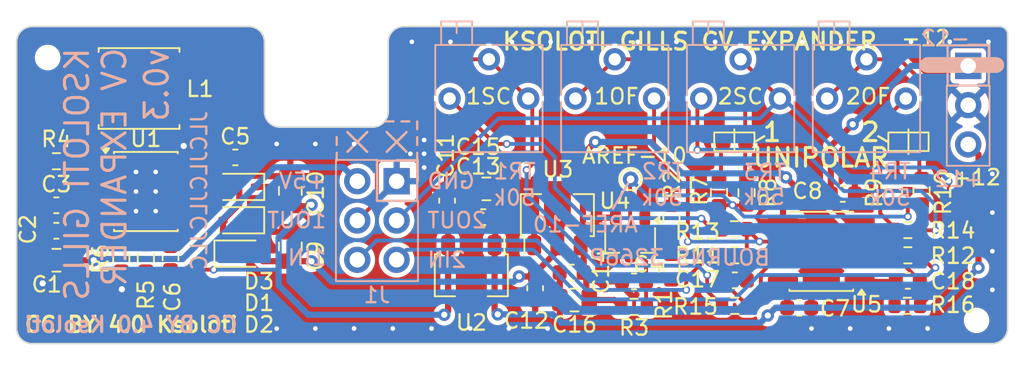
<source format=kicad_pcb>
(kicad_pcb (version 20241229) (generator "pcbnew") (generator_version "9.0")
  (title_block (date "2024-10-14") (rev "v0.3"))
  (layers (0 "F.Cu" signal) (2 "B.Cu" signal) (13 "F.Paste" user) (15 "B.Paste" user) (5 "F.SilkS" user "F.Silkscreen") (7 "B.SilkS" user "B.Silkscreen") (1 "F.Mask" user) (3 "B.Mask" user) (25 "Edge.Cuts" user))
  (net 0 "")
  (net 1 "GND")
  (net 2 "+5V")
  (net 3 "AREF_-10")
  (net 4 "Net-(D1-A)")
  (net 5 "Net-(D3-A)")
  (net 6 "-15V")
  (net 7 "Net-(U1-FB)")
  (net 8 "+15V")
  (net 9 "+12V")
  (net 10 "-12V")
  (net 11 "/CV_O1")
  (net 12 "Net-(U5B--)")
  (net 13 "/CV_O2")
  (net 14 "Net-(U5A--)")
  (net 15 "/CV_I1")
  (net 16 "/CV_I2")
  (net 17 "Net-(JP1-A)")
  (net 18 "Net-(JP1-B)")
  (net 19 "Net-(JP2-B)")
  (net 20 "Net-(JP2-A)")
  (net 21 "Net-(U4-REF)")
  (net 22 "Net-(R13-Pad1)")
  (net 23 "Net-(R14-Pad1)")
  (net 24 "Net-(C17-Pad1)")
  (net 25 "Net-(C18-Pad1)")
  (net 26 "Net-(U1-EN)")
  (footprint "Capacitor_SMD:C_0805_2012Metric" (layer "F.Cu") (at 98.8012 60.349 180)
    (property "Reference" "C16")
    (property "Value" "22u")
  )
  (footprint "Resistor_SMD:R_0603_1608Metric" (layer "F.Cu") (at 120.3332 55.822 180)
    (property "Reference" "R14")
    (property "Value" "68k")
  )
  (footprint "Library:SolderJumper-2_0603_Open" (layer "F.Cu") (at 109.1262 50.111 180)
    (property "Reference" "JP1" (hide yes))
    (property "Value" "UNIPOLAR")
  )
  (footprint "Capacitor_SMD:C_0603_1608Metric" (layer "F.Cu") (at 102.6492 59.143 180)
    (property "Reference" "C4")
    (property "Value" "100n")
  )
  (footprint "Capacitor_SMD:C_0805_2012Metric" (layer "F.Cu") (at 65.3402 57.776 180)
    (property "Reference" "C1")
    (property "Value" "22u")
  )
  (footprint "Capacitor_SMD:C_0603_1608Metric" (layer "F.Cu") (at 113.3172 60.851)
    (property "Reference" "C7")
    (property "Value" "100n")
  )
  (footprint "Library:jlc_tooling_hole" (layer "F.Cu") (at 64.7712 44.666)
    (property "Reference" "FID1" (hide yes))
    (property "Value" "Fiducial")
  )
  (footprint "Resistor_SMD:R_0603_1608Metric" (layer "F.Cu") (at 109.1262 55.771)
    (property "Reference" "R13")
    (property "Value" "68k")
  )
  (footprint "Resistor_SMD:R_0603_1608Metric" (layer "F.Cu") (at 120.3332 57.457)
    (property "Reference" "R12")
    (property "Value" "30k")
  )
  (footprint "Capacitor_SMD:C_0603_1608Metric" (layer "F.Cu") (at 120.3332 59.108)
    (property "Reference" "C18")
    (property "Value" "2.2n")
  )
  (footprint "Package_TO_SOT_SMD:SOT-23W" (layer "F.Cu") (at 102.3952 56.222 -90)
    (property "Reference" "U4")
    (property "Value" "CJ431")
  )
  (footprint "Capacitor_SMD:C_0805_2012Metric" (layer "F.Cu") (at 93.1116 53.1608 180)
    (property "Reference" "C15")
    (property "Value" "22u")
  )
  (footprint "Resistor_SMD:R_0603_1608Metric" (layer "F.Cu") (at 109.1572 60.724)
    (property "Reference" "R15")
    (property "Value" "1k")
  )
  (footprint "Diode_SMD:D_SOD-323" (layer "F.Cu") (at 77.1492 57.35)
    (property "Reference" "D2")
    (property "Value" "1N5819")
  )
  (footprint "Resistor_SMD:R_0603_1608Metric" (layer "F.Cu") (at 109.9122 53.409 -90)
    (property "Reference" "R8")
    (property "Value" "150k")
  )
  (footprint "Diode_SMD:D_SOD-323" (layer "F.Cu") (at 77.148 55.191 180)
    (property "Reference" "D1")
    (property "Value" "1N5819")
  )
  (footprint "Capacitor_SMD:C_0603_1608Metric" (layer "F.Cu") (at 98.619299 58.571 180)
    (property "Reference" "C14")
    (property "Value" "100n")
  )
  (footprint "Capacitor_SMD:C_0603_1608Metric" (layer "F.Cu") (at 96.2612 59.587 -90)
    (property "Reference" "C12")
    (property "Value" "470n")
  )
  (footprint "Resistor_SMD:R_0603_1608Metric" (layer "F.Cu") (at 71.1152 57.623 90)
    (property "Reference" "R5")
    (property "Value" "12k")
  )
  (footprint "Capacitor_SMD:C_0603_1608Metric" (layer "F.Cu") (at 116.1334 53.485 180)
    (property "Reference" "C8")
    (property "Value" "100n")
  )
  (footprint "Resistor_SMD:R_0603_1608Metric" (layer "F.Cu") (at 109.1572 57.457 180)
    (property "Reference" "R11")
    (property "Value" "30k")
  )
  (footprint "Resistor_SMD:R_0603_1608Metric" (layer "F.Cu") (at 119.4372 53.282 -90)
    (property "Reference" "R9")
    (property "Value" "100k")
  )
  (footprint "Library:jlc_tooling_hole" (layer "F.Cu") (at 124.7712 61.666)
    (property "Reference" "FID2" (hide yes))
    (property "Value" "Fiducial")
  )
  (footprint "Capacitor_SMD:C_0603_1608Metric" (layer "F.Cu") (at 72.7062 57.636 90)
    (property "Reference" "C6")
    (property "Value" "100n")
  )
  (footprint "Capacitor_SMD:C_0603_1608Metric" (layer "F.Cu") (at 65.3334 55.871 180)
    (property "Reference" "C2")
    (property "Value" "10u")
  )
  (footprint "Resistor_SMD:R_0603_1608Metric" (layer "F.Cu") (at 120.3022 60.724 180)
    (property "Reference" "R16")
    (property "Value" "1k")
  )
  (footprint "Package_SO:SOIC-8-1EP_3.9x4.9mm_P1.27mm_EP2.41x3.81mm" (layer "F.Cu") (at 71.1134 53.331)
    (property "Reference" "U1")
    (property "Value" "XL6007")
  )
  (footprint "Resistor_SMD:R_0603_1608Metric" (layer "F.Cu") (at 65.3334 51.372)
    (property "Reference" "R4")
    (property "Value" "10k")
  )
  (footprint "Capacitor_SMD:C_0603_1608Metric" (layer "F.Cu") (at 92.9084 54.9896 180)
    (property "Reference" "C13")
    (property "Value" "100n")
  )
  (footprint "Diode_SMD:D_SOD-323" (layer "F.Cu") (at 77.1492 53.032 180)
    (property "Reference" "D3")
    (property "Value" "1N5819")
  )
  (footprint "Capacitor_SMD:C_0603_1608Metric" (layer "F.Cu") (at 65.3334 54.22 180)
    (property "Reference" "C3")
    (property "Value" "100n")
  )
  (footprint "Capacitor_SMD:C_0603_1608Metric" (layer "F.Cu") (at 76.894 51.127)
    (property "Reference" "C5")
    (property "Value" "10u")
  )
  (footprint "Capacitor_SMD:C_0805_2012Metric" (layer "F.Cu") (at 80.4482 56.887 90)
    (property "Reference" "C9")
    (property "Value" "22u")
  )
  (footprint "Library:SOT-89-3_clearance" (layer "F.Cu") (at 97.6962 55.158651 90)
    (property "Reference" "U3")
    (property "Value" "L79L12_SOT89")
  )
  (footprint "Package_SO:SOIC-8_3.9x4.9mm_P1.27mm" (layer "F.Cu") (at 114.7452 57.203 180)
    (property "Reference" "U5")
    (property "Value" "TL072")
  )
  (footprint "Resistor_SMD:R_0603_1608Metric" (layer "F.Cu") (at 105.0622 58.254 90)
    (property "Reference" "R1")
    (property "Value" "10k")
  )
  (footprint "Resistor_SMD:R_0603_1608Metric" (layer "F.Cu") (at 108.1342 53.385 -90)
    (property "Reference" "R7")
    (property "Value" "100k")
  )
  (footprint "Resistor_SMD:R_0603_1608Metric" (layer "F.Cu") (at 102.6492 60.794)
    (property "Reference" "R3")
    (property "Value" "1k")
  )
  (footprint "Capacitor_SMD:C_0805_2012Metric" (layer "F.Cu") (at 80.4482 53.286 90)
    (property "Reference" "C10")
    (property "Value" "22u")
  )
  (footprint "Resistor_SMD:R_0603_1608Metric" (layer "F.Cu") (at 69.5282 57.623 -90)
    (property "Reference" "R6")
    (property "Value" "1k")
  )
  (footprint "Inductor_SMD:L_APV_ANR5020" (layer "F.Cu") (at 70.6742 46.666)
    (property "Reference" "L1")
    (property "Value" "33uh")
  )
  (footprint "Capacitor_SMD:C_0603_1608Metric" (layer "F.Cu") (at 109.1572 59.073)
    (property "Reference" "C17")
    (property "Value" "2.2n")
  )
  (footprint "TestPoint:TestPoint_THTPad_D1.0mm_Drill0.5mm" (layer "F.Cu") (at 102.4242 52.539)
    (property "Reference" "TP1")
    (property "Value" "AREF-10")
  )
  (footprint "Resistor_SMD:R_0603_1608Metric" (layer "F.Cu") (at 105.0622 55.079 90)
    (property "Reference" "R2")
    (property "Value" "30k")
  )
  (footprint "Library:SOT-89-3_clearance" (layer "F.Cu") (at 92.138 58.447 -90)
    (property "Reference" "U2")
    (property "Value" "L78L12_SOT89")
  )
  (footprint "Resistor_SMD:R_0603_1608Metric" (layer "F.Cu") (at 121.2202 53.282 -90)
    (property "Reference" "R10")
    (property "Value" "150k")
  )
  (footprint "Library:SolderJumper-2_0603_Open" (layer "F.Cu") (at 120.3722 50.111 180)
    (property "Reference" "JP2" (hide yes))
    (property "Value" "UNIPOLAR")
  )
  (footprint "Capacitor_SMD:C_0603_1608Metric" (layer "F.Cu") (at 90.5716 53.9228 90)
    (property "Reference" "C11")
    (property "Value" "470n")
  )
  (footprint "Potentiometer_THT:Potentiometer_Bourns_3266P_Horizontal" (layer "B.Cu") (at 115.1174 47.3188 -90)
    (property "Reference" "TR4")
    (property "Value" "50k")
  )
  (footprint "Potentiometer_THT:Potentiometer_Bourns_3266P_Horizontal" (layer "B.Cu") (at 106.9894 47.3188 -90)
    (property "Reference" "TR3")
    (property "Value" "50k")
  )
  (footprint "Connector_PinHeader_2.54mm:PinHeader_2x03_P2.54mm_Vertical" (layer "B.Cu") (at 87.3112 52.666 180)
    (property "Reference" "J1")
    (property "Value" "EXPANSION")
  )
  (footprint "Potentiometer_THT:Potentiometer_Bourns_3266P_Horizontal" (layer "B.Cu") (at 90.7334 47.3188 -90)
    (property "Reference" "TR1")
    (property "Value" "50k")
  )
  (footprint "Connector_PinHeader_2.54mm:PinHeader_1x03_P2.54mm_Vertical" (layer "B.Cu") (at 124.2312 45.206 180)
    (property "Reference" "J2" (hide yes))
    (property "Value" "12V_PWR")
  )
  (footprint "Potentiometer_THT:Potentiometer_Bourns_3266P_Horizontal" (layer "B.Cu") (at 98.8614 47.3188 -90)
    (property "Reference" "TR2")
    (property "Value" "50k")
  )
  (gr_line (start 126.0462 45.148) (end 121.6012 45.148) (stroke (width 1)) (layer "F.SilkS"))
  (gr_line (start 84.1362 50.761) (end 85.4062 49.491) (stroke (width 0.15)) (layer "F.SilkS"))
  (gr_line (start 84.1362 49.491) (end 85.4062 50.761) (stroke (width 0.15)) (layer "F.SilkS"))
  (gr_line (start 118.4212 49.755) (end 119.0722 50.136) (stroke (width 0.15)) (layer "F.SilkS"))
  (gr_line (start 111.0552 49.755) (end 110.4262 50.136) (stroke (width 0.15)) (layer "F.SilkS"))
  (gr_line (start 86.6762 50.761) (end 87.9462 49.491) (stroke (width 0.15)) (layer "F.SilkS"))
  (gr_line (start 86.6762 49.491) (end 87.9462 50.761) (stroke (width 0.15)) (layer "F.SilkS"))
  (gr_line (start 84.1362 49.491) (end 85.4062 50.761) (stroke (width 0.15)) (layer "B.SilkS"))
  (gr_line (start 83.4412 51.336) (end 83.4412 50.828) (stroke (width 0.15)) (layer "B.SilkS"))
  (gr_rect (start 122.9012 43.876) (end 125.5612 46.476) (stroke (width 0.15)) (fill no) (layer "B.SilkS"))
  (gr_line (start 86.6762 49.491) (end 87.9462 50.761) (stroke (width 0.15)) (layer "B.SilkS"))
  (gr_line (start 87.1172 48.796) (end 86.6092 48.796) (stroke (width 0.15)) (layer "B.SilkS"))
  (gr_line (start 88.6412 49.304) (end 88.6412 48.796) (stroke (width 0.15)) (layer "B.SilkS"))
  (gr_rect (start 86.0412 51.336) (end 88.6412 53.936) (stroke (width 0.15)) (fill no) (layer "B.SilkS"))
  (gr_line (start 84.1362 50.761) (end 85.4062 49.491) (stroke (width 0.15)) (layer "B.SilkS"))
  (gr_line (start 126.0462 45.148) (end 121.5962 45.148) (stroke (width 1)) (layer "B.SilkS"))
  (gr_line (start 88.6412 51.336) (end 88.6412 50.828) (stroke (width 0.15)) (layer "B.SilkS"))
  (gr_line (start 83.4412 50.32) (end 83.4412 49.812) (stroke (width 0.15)) (layer "B.SilkS"))
  (gr_line (start 86.6762 50.761) (end 87.9462 49.491) (stroke (width 0.15)) (layer "B.SilkS"))
  (gr_line (start 88.1332 48.796) (end 87.6252 48.796) (stroke (width 0.15)) (layer "B.SilkS"))
  (gr_line (start 102.4242 52.539) (end 101.2812 54.444) (stroke (width 0.15)) (layer "B.SilkS"))
  (gr_line (start 88.6412 50.32) (end 88.6412 49.812) (stroke (width 0.15)) (layer "B.SilkS"))
  (gr_line (start 126.2712 42.666) (end 87.7712 42.666) (stroke (width 0.1)) (layer "Edge.Cuts"))
  (gr_line (start 62.7712 43.666) (end 62.7712 62.166) (stroke (width 0.1)) (layer "Edge.Cuts"))
  (gr_line (start 78.7712 48.166) (end 78.7712 43.666) (stroke (width 0.1)) (layer "Edge.Cuts"))
  (gr_arc (start 79.7712 49.166) (mid 79.064093 48.873107) (end 78.7712 48.166) (stroke (width 0.1)) (layer "Edge.Cuts"))
  (gr_line (start 86.7712 43.666) (end 86.7712 48.166) (stroke (width 0.1)) (layer "Edge.Cuts"))
  (gr_arc (start 77.7712 42.666) (mid 78.478307 42.958893) (end 78.7712 43.666) (stroke (width 0.1)) (layer "Edge.Cuts"))
  (gr_line (start 85.7712 49.166) (end 79.7712 49.166) (stroke (width 0.1)) (layer "Edge.Cuts"))
  (gr_arc (start 86.7712 48.166) (mid 86.478307 48.873107) (end 85.7712 49.166) (stroke (width 0.1)) (layer "Edge.Cuts"))
  (gr_arc (start 126.7712 62.166) (mid 126.478307 62.873107) (end 125.7712 63.166) (stroke (width 0.1)) (layer "Edge.Cuts"))
  (gr_arc (start 63.7712 63.166) (mid 63.064093 62.873107) (end 62.7712 62.166) (stroke (width 0.1)) (layer "Edge.Cuts"))
  (gr_line (start 126.7712 62.166) (end 126.7712 43.166) (stroke (width 0.1)) (layer "Edge.Cuts"))
  (gr_arc (start 62.7712 43.666) (mid 63.064093 42.958893) (end 63.7712 42.666) (stroke (width 0.1)) (layer "Edge.Cuts"))
  (gr_line (start 63.7712 63.166) (end 125.7712 63.166) (stroke (width 0.1)) (layer "Edge.Cuts"))
  (gr_arc (start 86.7712 43.666) (mid 87.064093 42.958893) (end 87.7712 42.666) (stroke (width 0.1)) (layer "Edge.Cuts"))
  (gr_arc (start 126.2712 42.666) (mid 126.624753 42.812447) (end 126.7712 43.166) (stroke (width 0.1)) (layer "Edge.Cuts"))
  (gr_line (start 77.7712 42.666) (end 63.7712 42.666) (stroke (width 0.1)) (layer "Edge.Cuts"))
  (gr_text "2OF" (at 117.7702 47.18 0) (layer "F.SilkS") (effects (font (size 1 1))))
  (gr_text "1OF" (at 101.5142 47.18 0) (layer "F.SilkS") (effects (font (size 1 1))))
  (gr_text "1SC" (at 93.2592 47.18 0) (layer "F.SilkS") (effects (font (size 1 1))))
  (gr_text "2SC" (at 109.5152 47.18 0) (layer "F.SilkS") (effects (font (size 1 1))))
  (gr_text "1" (at 111.5682 49.491 0) (layer "F.SilkS") (effects (font (size 1.2 1.2) (thickness 0.2))))
  (gr_text "KSOLOTI GILLS CV EXPANDER" (at 94.0422 43.624 0) (layer "F.SilkS") (effects (font (size 1.1 1.1) (thickness 0.2)) (justify left)))
  (gr_text "2" (at 117.9182 49.491 0) (layer "F.SilkS") (effects (font (size 1.2 1.2) (thickness 0.2))))
  (gr_text "-12" (at 121.4836 43.4204 0) (layer "F.SilkS") (effects (font (size 1 1))))
  (gr_text "+12" (at 124.7762 52.412 0) (layer "F.SilkS") (effects (font (size 1 1))))
  (gr_text "UNIPOLAR" (at 114.7222 51.142 0) (layer "F.SilkS") (effects (font (size 1.2 1.2) (thickness 0.2))))
  (gr_text "CC BY 4.0 Ksoloti" (at 70.1662 61.937 0) (layer "F.SilkS") (effects (font (size 1 1) (thickness 0.2) (bold yes))))
  (gr_text "CC BY 4.0 Ksoloti" (at 70.1662 61.937 -0) (layer "B.SilkS") (effects (font (size 1 1) (thickness 0.2) (bold yes)) (justify mirror)))
  (gr_text "GND" (at 89.2112 52.651 0) (layer "B.SilkS") (effects (font (size 1 1)) (justify right mirror)))
  (gr_text "+12" (at 123.6282 52.524 0) (layer "B.SilkS") (effects (font (size 1 1)) (justify mirror)))
  (gr_text "JLCJLCJLCJLC" (at 74.5604 53.2756 90) (layer "B.SilkS") (effects (font (size 1 1)) (justify mirror)))
  (gr_text "1IN" (at 82.8612 57.604 0) (layer "B.SilkS") (effects (font (size 1 1)) (justify left mirror)))
  (gr_text "+5V" (at 82.8612 52.651 0) (layer "B.SilkS") (effects (font (size 1 1)) (justify left mirror)))
  (gr_text "BOURNS 3266P" (at 105.5942 57.604 0) (layer "B.SilkS") (effects (font (size 1 1)) (justify mirror)))
  (gr_text "${REVISION}" (at 71.8172 46.443 90) (layer "B.SilkS") (effects (font (size 1.5 1.5) (thickness 0.2)) (justify mirror)))
  (gr_text "2IN" (at 89.2112 57.746 0) (layer "B.SilkS") (effects (font (size 1 1)) (justify right mirror)))
  (gr_text "1OUT" (at 82.8612 55.191 0) (layer "B.SilkS") (effects (font (size 1 1)) (justify left mirror)))
  (gr_text "2OUT" (at 89.2112 55.191 0) (layer "B.SilkS") (effects (font (size 1 1)) (justify right mirror)))
  (gr_text "-12" (at 122.7696 43.4204 0) (layer "B.SilkS") (effects (font (size 1 1)) (justify mirror)))
  (gr_text "KSOLOTI GILLS\nCV EXPANDER" (at 67.8802 43.903 90) (layer "B.SilkS") (effects (font (size 1.5 1.5) (thickness 0.2)) (justify left mirror)))
  (segment (start 64.3902 59.209) (end 64.3902 57.776) (width 0.4) (layer "F.Cu") (net 1))
  (segment (start 73.5884 51.426) (end 73.5884 52.696) (width 0.4) (layer "F.Cu") (net 1))
  (segment (start 64.5584 57.6078) (end 64.3902 57.776) (width 0.4) (layer "F.Cu") (net 1))
  (segment (start 69.5282 58.448) (end 69.5282 59.619) (width 0.4) (layer "F.Cu") (net 1))
  (segment (start 73.5884 52.696) (end 71.7484 52.696) (width 0.4) (layer "F.Cu") (net 1))
  (segment (start 101.8742 59.441) (end 102.6492 60.216) (width 0.4) (layer "F.Cu") (net 1))
  (segment (start 64.5584 54.22) (end 64.5584 55.871) (width 0.4) (layer "F.Cu") (net 1))
  (segment (start 64.4512 59.27) (end 64.3902 59.209) (width 0.4) (layer "F.Cu") (net 1))
  (segment (start 73.5884 50.411) (end 73.5594 50.382) (width 0.4) (layer "F.Cu") (net 1))
  (segment (start 71.7484 52.696) (end 71.1134 53.331) (width 0.4) (layer "F.Cu") (net 1))
  (segment (start 69.5282 59.619) (end 69.5622 59.653) (width 0.4) (layer "F.Cu") (net 1))
  (segment (start 64.5584 55.871) (end 64.5584 57.6078) (width 0.4) (layer "F.Cu") (net 1))
  (segment (start 73.5884 51.426) (end 73.5884 50.411) (width 0.4) (layer "F.Cu") (net 1))
  (via (at 89.5642 62.191) (size 0.5) (drill 0.3) (layers "F.Cu" "B.Cu") (net 1))
  (via (at 84.5642 62.191) (size 0.5) (drill 0.3) (layers "F.Cu" "B.Cu") (net 1))
  (via (at 105.3852 43.649) (size 0.5) (drill 0.3) (layers "F.Cu" "B.Cu") (net 1))
  (via (at 71.7484 53.331) (size 0.5) (drill 0.3) (layers "F.Cu" "B.Cu") (net 1))
  (via (at 125.7922 54.691) (size 0.5) (drill 0.3) (layers "F.Cu" "B.Cu") (net 1))
  (via (at 87.0642 62.191) (size 0.5) (drill 0.3) (layers "F.Cu" "B.Cu") (net 1))
  (via (at 70.4784 53.331) (size 0.5) (drill 0.3) (layers "F.Cu" "B.Cu") (net 1))
  (via (at 84.5642 50.253) (size 0.5) (drill 0.3) (layers "F.Cu" "B.Cu") (net 1))
  (via (at 120.5382 43.649) (size 0.5) (drill 0.3) (layers "F.Cu" "B.Cu") (net 1))
  (via (at 116.0132 43.649) (size 0.5) (drill 0.3) (layers "F.Cu" "B.Cu") (net 1))
  (via (at 89.0892 51.777) (size 0.5) (drill 0.3) (layers "F.Cu" "B.Cu") (net 1))
  (via (at 125.5382 43.649) (size 0.5) (drill 0.3) (layers "F.Cu" "B.Cu") (net 1))
  (via (at 107.8852 43.649) (size 0.5) (drill 0.3) (layers "F.Cu" "B.Cu") (net 1))
  (via (at 79.5642 62.191) (size 0.5) (drill 0.3) (layers "F.Cu" "B.Cu") (net 1))
  (via (at 123.0382 43.649) (size 0.5) (drill 0.3) (layers "F.Cu" "B.Cu") (net 1))
  (via (at 99.7572 43.649) (size 0.5) (drill 0.3) (layers "F.Cu" "B.Cu") (net 1))
  (via (at 71.7484 54.601) (size 0.5) (drill 0.3) (layers "F.Cu" "B.Cu") (net 1))
  (via (at 125.7922 57.191) (size 0.5) (drill 0.3) (layers "F.Cu" "B.Cu") (net 1))
  (via (at 92.0642 62.191) (size 0.5) (drill 0.3) (layers "F.Cu" "B.Cu") (net 1))
  (via (at 88.2922 43.649) (size 0.5) (drill 0.3) (layers "F.Cu" "B.Cu") (net 1))
  (via (at 79.5642 50.253) (size 0.5) (drill 0.3) (layers "F.Cu" "B.Cu") (net 1))
  (via (at 111.0132 43.649) (size 0.5) (drill 0.3) (layers "F.Cu" "B.Cu") (net 1))
  (via (at 69.5622 59.653) (size 0.8) (drill 0.4) (layers "F.Cu" "B.Cu") (net 1))
  (via (at 71.7484 52.061) (size 0.5) (drill 0.3) (layers "F.Cu" "B.Cu") (net 1))
  (via (at 116.6082 62.191) (size 0.5) (drill 0.3) (layers "F.Cu" "B.Cu") (net 1))
  (via (at 88.2002 50.888) (size 0.5) (drill 0.3) (layers "F.Cu" "B.Cu") (net 1))
  (via (at 97.2572 43.649) (size 0.5) (drill 0.3) (layers "F.Cu" "B.Cu") (net 1))
  (via (at 90.7922 43.649) (size 0.5) (drill 0.3) (layers "F.Cu" "B.Cu") (net 1))
  (via (at 73.5594 50.382) (size 0.8) (drill 0.4) (layers "F.Cu" "B.Cu") (net 1))
  (via (at 89.0892 49.999) (size 0.5) (drill 0.3) (layers "F.Cu" "B.Cu") (net 1))
  (via (at 97.0642 62.191) (size 0.5) (drill 0.3) (layers "F.Cu" "B.Cu") (net 1))
  (via (at 82.0642 62.191) (size 0.5) (drill 0.3) (layers "F.Cu" "B.Cu") (net 1))
  (via (at 70.4784 54.601) (size 0.5) (drill 0.3) (layers "F.Cu" "B.Cu") (net 1))
  (via (at 94.7572 43.649) (size 0.5) (drill 0.3) (layers "F.Cu" "B.Cu") (net 1))
  (via (at 114.1082 62.191) (size 0.5) (drill 0.3) (layers "F.Cu" "B.Cu") (net 1))
  (via (at 89.9782 50.888) (size 0.5) (drill 0.3) (layers "F.Cu" "B.Cu") (net 1))
  (via (at 70.4784 52.061) (size 0.5) (drill 0.3) (layers "F.Cu" "B.Cu") (net 1))
  (via (at 125.7922 52.191) (size 0.5) (drill 0.3) (layers "F.Cu" "B.Cu") (net 1))
  (via (at 119.1082 62.191) (size 0.5) (drill 0.3) (layers "F.Cu" "B.Cu") (net 1))
  (via (at 113.5132 43.649) (size 0.5) (drill 0.3) (layers "F.Cu" "B.Cu") (net 1))
  (via (at 82.0642 50.253) (size 0.5) (drill 0.3) (layers "F.Cu" "B.Cu") (net 1))
  (via (at 64.4512 59.27) (size 0.8) (drill 0.4) (layers "F.Cu" "B.Cu") (net 1))
  (via (at 102.8852 43.649) (size 0.5) (drill 0.3) (layers "F.Cu" "B.Cu") (net 1))
  (via (at 125.7922 59.691) (size 0.5) (drill 0.3) (layers "F.Cu" "B.Cu") (net 1))
  (via (at 121.6082 62.191) (size 0.5) (drill 0.3) (layers "F.Cu" "B.Cu") (net 1))
  (via (at 94.5642 62.191) (size 0.5) (drill 0.3) (layers "F.Cu" "B.Cu") (net 1))
  (via (at 89.0892 50.888) (size 0.5) (drill 0.3) (layers "F.Cu" "B.Cu") (net 1))
  (segment (start 87.3112 52.666) (end 86.0412 53.936) (width 0.4) (layer "B.Cu") (net 1))
  (segment (start 66.1084 52.696) (end 68.6384 52.696) (width 0.5) (layer "F.Cu") (net 2))
  (segment (start 66.2902 57.776) (end 67.7464 57.776) (width 0.4) (layer "F.Cu") (net 2))
  (segment (start 64.5084 49.7413) (end 64.5084 51.372) (width 0.5) (layer "F.Cu") (net 2))
  (segment (start 66.1084 54.22) (end 66.1084 53.953) (width 0.5) (layer "F.Cu") (net 2))
  (segment (start 66.2292 55.9918) (end 66.2292 57.715) (width 0.4) (layer "F.Cu") (net 2))
  (segment (start 66.1084 53.953) (end 66.1084 52.696) (width 0.5) (layer "F.Cu") (net 2))
  (segment (start 67.5837 46.666) (end 64.5084 49.7413) (width 0.5) (layer "F.Cu") (net 2))
  (segment (start 64.5084 51.563) (end 65.6414 52.696) (width 0.5) (layer "F.Cu") (net 2))
  (segment (start 64.5084 51.372) (end 64.5084 51.563) (width 0.5) (layer "F.Cu") (net 2))
  (segment (start 65.6414 52.696) (end 66.1084 52.696) (width 0.5) (layer "F.Cu") (net 2))
  (segment (start 68.8242 46.666) (end 67.5837 46.666) (width 0.5) (layer "F.Cu") (net 2))
  (segment (start 66.1084 54.22) (end 66.1084 55.871) (width 0.5) (layer "F.Cu") (net 2))
  (via (at 67.7464 57.776) (size 0.8) (drill 0.4) (layers "F.Cu" "B.Cu") (net 2))
  (segment (start 73.4992 57.695) (end 79.4322 51.762) (width 0.4) (layer "B.Cu") (net 2))
  (segment (start 79.4322 51.762) (end 83.8672 51.762) (width 0.4) (layer "B.Cu") (net 2))
  (segment (start 83.8672 51.762) (end 84.7712 52.666) (width 0.4) (layer "B.Cu") (net 2))
  (segment (start 67.8274 57.695) (end 73.4992 57.695) (width 0.4) (layer "B.Cu") (net 2))
  (segment (start 67.7464 57.776) (end 67.8274 57.695) (width 0.4) (layer "B.Cu") (net 2))
  (segment (start 119.4372 54.107) (end 120.2482 54.107) (width 0.25) (layer "F.Cu") (net 3))
  (segment (start 102.3952 57.422) (end 102.9892 57.422) (width 0.25) (layer "F.Cu") (net 3))
  (segment (start 120.3312 54.952) (end 120.3312 54.19) (width 0.25) (layer "F.Cu") (net 3))
  (segment (start 103.4242 59.143) (end 103.4242 60.744) (width 0.25) (layer "F.Cu") (net 3))
  (segment (start 102.3952 52.568) (end 102.4242 52.539) (width 0.25) (layer "F.Cu") (net 3))
  (segment (start 108.1342 54.21) (end 109.0082 54.21) (width 0.25) (layer "F.Cu") (net 3))
  (segment (start 105.0622 59.079) (end 103.4882 59.079) (width 0.25) (layer "F.Cu") (net 3))
  (segment (start 120.2482 54.107) (end 121.2202 54.107) (width 0.25) (layer "F.Cu") (net 3))
  (segment (start 103.4242 57.857) (end 103.4242 59.143) (width 0.25) (layer "F.Cu") (net 3))
  (segment (start 103.4242 60.744) (end 103.4742 60.794) (width 0.25) (layer "F.Cu") (net 3))
  (segment (start 102.3952 57.422) (end 102.3952 52.568) (width 0.25) (layer "F.Cu") (net 3))
  (segment (start 120.3312 54.19) (end 120.2482 54.107) (width 0.25) (layer "F.Cu") (net 3))
  (segment (start 109.0082 54.21) (end 109.0322 54.234) (width 0.25) (layer "F.Cu") (net 3))
  (segment (start 102.9892 57.422) (end 103.4242 57.857) (width 0.25) (layer "F.Cu") (net 3))
  (segment (start 109.0322 54.234) (end 109.9122 54.234) (width 0.25) (layer "F.Cu") (net 3))
  (via (at 120.3312 54.952) (size 0.5) (drill 0.3) (layers "F.Cu" "B.Cu") (net 3))
  (via (at 109.0082 54.21) (size 0.5) (drill 0.3) (layers "F.Cu" "B.Cu") (net 3))
  (segment (start 109.7502 54.952) (end 120.3312 54.952) (width 0.25) (layer "B.Cu") (net 3))
  (segment (start 108.3786 53.5804) (end 103.4656 53.5804) (width 0.25) (layer "B.Cu") (net 3))
  (segment (start 103.4656 53.5804) (end 102.4242 52.539) (width 0.25) (layer "B.Cu") (net 3))
  (segment (start 109.0082 54.21) (end 109.7502 54.952) (width 0.25) (layer "B.Cu") (net 3))
  (segment (start 109.0082 54.21) (end 108.3786 53.5804) (width 0.25) (layer "B.Cu") (net 3))
  (segment (start 76.098 55.191) (end 76.0992 55.1922) (width 0.4) (layer "F.Cu") (net 4))
  (segment (start 77.669 51.127) (end 77.1492 51.6468) (width 0.4) (layer "F.Cu") (net 4))
  (segment (start 76.0992 55.1922) (end 76.0992 57.35) (width 0.4) (layer "F.Cu") (net 4))
  (segment (start 77.1492 54.1398) (end 76.098 55.191) (width 0.4) (layer "F.Cu") (net 4))
  (segment (start 77.1492 51.6468) (end 77.1492 54.1398) (width 0.4) (layer "F.Cu") (net 4))
  (segment (start 76.119 53.3112) (end 76.119 51.127) (width 0.5) (layer "F.Cu") (net 5))
  (segment (start 75.4642 53.966) (end 76.119 53.3112) (width 0.5) (layer "F.Cu") (net 5))
  (segment (start 73.5884 53.966) (end 75.4642 53.966) (width 0.5) (layer "F.Cu") (net 5))
  (segment (start 72.5242 46.666) (end 73.6912 46.666) (width 0.5) (layer "F.Cu") (net 5))
  (segment (start 76.119 49.0938) (end 76.119 51.127) (width 0.5) (layer "F.Cu") (net 5))
  (segment (start 73.5884 53.966) (end 73.5884 55.236) (width 0.5) (layer "F.Cu") (net 5))
  (segment (start 73.6912 46.666) (end 76.119 49.0938) (width 0.5) (layer "F.Cu") (net 5))
  (segment (start 81.8062 57.837) (end 81.8162 57.847) (width 0.4) (layer "F.Cu") (net 6))
  (segment (start 78.6862 57.837) (end 80.4482 57.837) (width 0.4) (layer "F.Cu") (net 6))
  (segment (start 78.1992 57.35) (end 78.6862 57.837) (width 0.4) (layer "F.Cu") (net 6))
  (segment (start 97.6962 57.173) (end 96.1962 58.673) (width 0.4) (layer "F.Cu") (net 6))
  (segment (start 80.4482 57.837) (end 81.8062 57.837) (width 0.4) (layer "F.Cu") (net 6))
  (segment (start 95.1562 58.825) (end 96.0562 58.825) (width 0.4) (layer "F.Cu") (net 6))
  (via (at 95.2172 58.825) (size 0.8) (drill 0.4) (layers "F.Cu" "B.Cu") (net 6))
  (via (at 81.8162 57.847) (size 0.8) (drill 0.4) (layers "F.Cu" "B.Cu") (net 6))
  (segment (start 83.1352 59.166) (end 94.8762 59.166) (width 0.4) (layer "B.Cu") (net 6))
  (segment (start 94.8762 59.166) (end 95.2172 58.825) (width 0.4) (layer "B.Cu") (net 6))
  (segment (start 81.8162 57.847) (end 83.1352 59.166) (width 0.4) (layer "B.Cu") (net 6))
  (segment (start 67.1114 54.285) (end 67.1114 55.69285) (width 0.3) (layer "F.Cu") (net 7))
  (segment (start 71.1152 56.798) (end 69.5282 56.798) (width 0.25) (layer "F.Cu") (net 7))
  (segment (start 68.21655 56.798) (end 69.5282 56.798) (width 0.3) (layer "F.Cu") (net 7))
  (segment (start 72.7062 56.861) (end 71.1782 56.861) (width 0.25) (layer "F.Cu") (net 7))
  (segment (start 68.6384 53.966) (end 67.4304 53.966) (width 0.3) (layer "F.Cu") (net 7))
  (segment (start 67.4304 53.966) (end 67.1114 54.285) (width 0.3) (layer "F.Cu") (net 7))
  (segment (start 67.1114 55.69285) (end 68.21655 56.798) (width 0.3) (layer "F.Cu") (net 7))
  (segment (start 79.0052 53.032) (end 80.2542 54.281) (width 0.4) (layer "F.Cu") (net 8))
  (segment (start 78.1992 53.032) (end 79.0052 53.032) (width 0.4) (layer "F.Cu") (net 8))
  (segment (start 72.7062 58.411) (end 71.1522 58.411) (width 0.25) (layer "F.Cu") (net 8))
  (segment (start 71.1522 58.411) (end 71.1152 58.448) (width 0.25) (layer "F.Cu") (net 8))
  (segment (start 81.8162 54.192) (end 81.7272 54.281) (width 0.4) (layer "F.Cu") (net 8))
  (segment (start 90.638 54.7642) (end 90.5716 54.6978) (width 0.4) (layer "F.Cu") (net 8))
  (segment (start 72.7322 58.385) (end 72.7062 58.411) (width 0.25) (layer "F.Cu") (net 8))
  (segment (start 75.4952 58.385) (end 72.7322 58.385) (width 0.25) (layer "F.Cu") (net 8))
  (segment (start 90.638 61.054) (end 90.638 56.797) (width 0.4) (layer "F.Cu") (net 8))
  (segment (start 90.638 56.797) (end 90.638 54.7642) (width 0.4) (layer "F.Cu") (net 8))
  (segment (start 81.7272 54.281) (end 80.4482 54.281) (width 0.4) (layer "F.Cu") (net 8))
  (segment (start 90.39 61.302) (end 90.638 61.054) (width 0.4) (layer "F.Cu") (net 8))
  (via (at 81.8162 54.192) (size 0.8) (drill 0.4) (layers "F.Cu" "B.Cu") (net 8))
  (via (at 90.39 61.302) (size 0.8) (drill 0.4) (layers "F.Cu" "B.Cu") (net 8))
  (via (at 75.4952 58.385) (size 0.5) (drill 0.3) (layers "F.Cu" "B.Cu") (net 8))
  (segment (start 79.6862 56.322) (end 81.8162 54.192) (width 0.4) (layer "B.Cu") (net 8))
  (segment (start 79.6862 59.392) (end 79.6862 58.385) (width 0.4) (layer "B.Cu") (net 8))
  (segment (start 79.6862 58.385) (end 75.4952 58.385) (width 0.25) (layer "B.Cu") (net 8))
  (segment (start 90.39 61.302) (end 81.5962 61.302) (width 0.4) (layer "B.Cu") (net 8))
  (segment (start 81.5962 61.302) (end 79.6862 59.392) (width 0.4) (layer "B.Cu") (net 8))
  (segment (start 79.6862 58.385) (end 79.6862 56.322) (width 0.4) (layer "B.Cu") (net 8))
  (segment (start 93.638 61.07) (end 93.638 56.797) (width 0.4) (layer "F.Cu") (net 9))
  (segment (start 111.2852 61.351) (end 111.7852 60.851) (width 0.4) (layer "F.Cu") (net 9))
  (segment (start 111.7852 60.851) (end 112.5422 60.851) (width 0.4) (layer "F.Cu") (net 9))
  (segment (start 112.5422 60.851) (end 112.5422 59.121) (width 0.4) (layer "F.Cu") (net 9))
  (segment (start 93.863961 54.669561) (end 93.863961 53.409239) (width 0.4) (layer "F.Cu") (net 9))
  (segment (start 124.8952 58.254) (end 124.8952 50.95) (width 0.4) (layer "F.Cu") (net 9))
  (segment (start 124.8952 50.95) (end 124.2312 50.286) (width 0.4) (layer "F.Cu") (net 9))
  (segment (start 93.6834 54.9896) (end 93.6834 56.7516) (width 0.4) (layer "F.Cu") (net 9))
  (segment (start 93.843 61.275) (end 93.638 61.07) (width 0.4) (layer "F.Cu") (net 9))
  (segment (start 93.6834 56.7516) (end 93.638 56.797) (width 0.4) (layer "F.Cu") (net 9))
  (via (at 93.843 61.275) (size 0.8) (drill 0.4) (layers "F.Cu" "B.Cu") (net 9))
  (via (at 124.8952 58.254) (size 0.8) (drill 0.4) (layers "F.Cu" "B.Cu") (net 9))
  (via (at 111.2852 61.351) (size 0.8) (drill 0.4) (layers "F.Cu" "B.Cu") (net 9))
  (segment (start 93.843 61.275) (end 97.401051 61.275) (width 0.4) (layer "B.Cu") (net 9))
  (segment (start 97.936051 61.81) (end 110.8262 61.81) (width 0.4) (layer "B.Cu") (net 9))
  (segment (start 111.7932 60.843) (end 111.2852 61.351) (width 0.4) (layer "B.Cu") (net 9))
  (segment (start 124.8952 58.254) (end 122.3062 60.843) (width 0.4) (layer "B.Cu") (net 9))
  (segment (start 97.401051 61.275) (end 97.936051 61.81) (width 0.4) (layer "B.Cu") (net 9))
  (segment (start 110.8262 61.81) (end 111.2852 61.351) (width 0.4) (layer "B.Cu") (net 9))
  (segment (start 122.3062 60.843) (end 111.7932 60.843) (width 0.4) (layer "B.Cu") (net 9))
  (segment (start 101.3792 60.349) (end 99.8782 60.349) (width 0.4) (layer "F.Cu") (net 10))
  (segment (start 115.3584 53.235) (end 115.3584 50.3918) (width 0.4) (layer "F.Cu") (net 10))
  (segment (start 115.3584 53.485) (end 115.3584 54.149) (width 0.4) (layer "F.Cu") (net 10))
  (segment (start 99.394299 58.571) (end 99.394299 57.00675) (width 0.4) (layer "F.Cu") (net 10))
  (segment (start 115.3584 54.149) (end 116.5074 55.298) (width 0.4) (layer "F.Cu") (net 10))
  (segment (start 113.5302 53.485) (end 115.3584 53.485) (width 0.4) (layer "F.Cu") (net 10))
  (segment (start 99.5632 58.813552) (end 99.5632 60.288) (width 0.4) (layer "F.Cu") (net 10))
  (segment (start 100.1382 50.126) (end 99.3472 50.917) (width 0.4) (layer "F.Cu") (net 10))
  (segment (start 115.3584 50.3918) (end 116.7684 48.9818) (width 0.4) (layer "F.Cu") (net 10))
  (segment (start 101.8242 60.794) (end 101.3792 60.349) (width 0.4) (layer "F.Cu") (net 10))
  (segment (start 112.4572 52.412) (end 113.5302 53.485) (width 0.4) (layer "F.Cu") (net 10))
  (segment (start 99.3472 50.917) (end 99.3472 56.657651) (width 0.4) (layer "F.Cu") (net 10))
  (via (at 100.1382 50.126) (size 0.8) (drill 0.4) (layers "F.Cu" "B.Cu") (net 10))
  (via (at 112.4572 52.412) (size 0.8) (drill 0.4) (layers "F.Cu" "B.Cu") (net 10))
  (via (at 116.7684 48.9818) (size 0.8) (drill 0.4) (layers "F.Cu" "B.Cu") (net 10))
  (segment (start 116.7684 48.9818) (end 120.5442 45.206) (width 0.4) (layer "B.Cu") (net 10))
  (segment (start 103.6942 50.126) (end 100.1382 50.126) (width 0.4) (layer "B.Cu") (net 10))
  (segment (start 120.5442 45.206) (end 124.2312 45.206) (width 0.4) (layer "B.Cu") (net 10))
  (segment (start 105.7262 52.158) (end 103.6942 50.126) (width 0.4) (layer "B.Cu") (net 10))
  (segment (start 112.2032 52.158) (end 105.7262 52.158) (width 0.4) (layer "B.Cu") (net 10))
  (segment (start 112.4572 52.412) (end 112.2032 52.158) (width 0.4) (layer "B.Cu") (net 10))
  (segment (start 86.034709 51.492741) (end 88.6112 48.91625) (width 0.25) (layer "F.Cu") (net 11))
  (segment (start 107.370668 59.762468) (end 108.3322 60.724) (width 0.25) (layer "F.Cu") (net 11))
  (segment (start 88.6112 48.91625) (end 88.6112 46.066) (width 0.25) (layer "F.Cu") (net 11))
  (segment (start 84.7712 55.206) (end 86.034709 53.942491) (width 0.25) (layer "F.Cu") (net 11))
  (segment (start 96.0742 47.5796) (end 96.0742 51.5698) (width 0.25) (layer "F.Cu") (net 11))
  (segment (start 96.0742 51.5698) (end 95.7024 51.9416) (width 0.25) (layer "F.Cu") (net 11))
  (segment (start 88.6112 46.066) (end 89.8984 44.7788) (width 0.25) (layer "F.Cu") (net 11))
  (segment (start 86.034709 53.942491) (end 86.034709 51.492741) (width 0.25) (layer "F.Cu") (net 11))
  (segment (start 95.8134 47.3188) (end 96.0742 47.5796) (width 0.25) (layer "F.Cu") (net 11))
  (segment (start 89.8984 44.7788) (end 93.2734 44.7788) (width 0.25) (layer "F.Cu") (net 11))
  (segment (start 107.370668 58.734268) (end 107.370668 59.762468) (width 0.25) (layer "F.Cu") (net 11))
  (segment (start 93.2734 44.7788) (end 95.8134 47.3188) (width 0.25) (layer "F.Cu") (net 11))
  (via (at 95.7024 51.9416) (size 0.5) (drill 0.3) (layers "F.Cu" "B.Cu") (net 11))
  (via (at 107.370668 58.734268) (size 0.5) (drill 0.3) (layers "F.Cu" "B.Cu") (net 11))
  (segment (start 95.7024 51.9416) (end 95.7024 53.5642) (width 0.25) (layer "B.Cu") (net 11))
  (segment (start 95.7024 53.5642) (end 100.2626 58.1244) (width 0.25) (layer "B.Cu") (net 11))
  (segment (start 100.2626 58.1244) (end 106.7608 58.1244) (width 0.25) (layer "B.Cu") (net 11))
  (segment (start 106.7608 58.1244) (end 107.370668 58.734268) (width 0.25) (layer "B.Cu") (net 11))
  (segment (start 112.2702 56.568) (end 110.7482 56.568) (width 0.25) (layer "F.Cu") (net 12))
  (segment (start 109.9512 57.476) (end 109.9322 57.457) (width 0.25) (layer "F.Cu") (net 12))
  (segment (start 109.9322 57.457) (end 109.9322 55.79) (width 0.25) (layer "F.Cu") (net 12))
  (segment (start 106.1256 56.568) (end 106.1256 52.4204) (width 0.25) (layer "F.Cu") (net 12))
  (segment (start 109.9512 59.073) (end 109.9512 57.476) (width 0.25) (layer "F.Cu") (net 12))
  (segment (start 103.9414 50.2362) (end 103.9414 47.3188) (width 0.25) (layer "F.Cu") (net 12))
  (segment (start 106.1256 52.4204) (end 103.9414 50.2362) (width 0.25) (layer "F.Cu") (net 12))
  (segment (start 110.7482 56.568) (end 109.9512 55.771) (width 0.25) (layer "F.Cu") (net 12))
  (via (at 110.7482 56.568) (size 0.5) (drill 0.3) (layers "F.Cu" "B.Cu") (net 12))
  (via (at 106.1256 56.568) (size 0.5) (drill 0.3) (layers "F.Cu" "B.Cu") (net 12))
  (segment (start 106.1256 56.568) (end 110.7482 56.568) (width 0.25) (layer "B.Cu") (net 12))
  (segment (start 122.9732 58.878) (end 122.9732 52.666) (width 0.25) (layer "F.Cu") (net 13))
  (segment (start 121.1272 60.724) (end 122.9732 58.878) (width 0.25) (layer "F.Cu") (net 13))
  (segment (start 109.5294 44.7788) (end 112.0694 47.3188) (width 0.25) (layer "F.Cu") (net 13))
  (via (at 122.9732 52.666) (size 0.5) (drill 0.3) (layers "F.Cu" "B.Cu") (net 13))
  (segment (start 93.8964 48.6008) (end 94.305 48.6008) (width 0.25) (layer "B.Cu") (net 13))
  (segment (start 87.3112 55.186) (end 93.8964 48.6008) (width 0.25) (layer "B.Cu") (net 13))
  (segment (start 112.317 47.3188) (end 112.0694 47.3188) (width 0.25) (layer "B.Cu") (net 13))
  (segment (start 94.305 48.6008) (end 110.7874 48.6008) (width 0.25) (layer "B.Cu") (net 13))
  (segment (start 122.9732 52.666) (end 122.0842 51.777) (width 0.25) (layer "B.Cu") (net 13))
  (segment (start 110.7874 48.6008) (end 112.0694 47.3188) (width 0.25) (layer "B.Cu") (net 13))
  (segment (start 87.3112 55.206) (end 87.3112 55.186) (width 0.25) (layer "B.Cu") (net 13))
  (segment (start 116.7752 51.777) (end 112.317 47.3188) (width 0.25) (layer "B.Cu") (net 13))
  (segment (start 122.0842 51.777) (end 116.7752 51.777) (width 0.25) (layer "B.Cu") (net 13))
  (segment (start 118.6162 57.457) (end 119.5082 57.457) (width 0.25) (layer "F.Cu") (net 14))
  (segment (start 118.5482 54.751) (end 119.5082 55.711) (width 0.25) (layer "F.Cu") (net 14))
  (segment (start 119.5082 57.457) (end 119.5082 57.508) (width 0.25) (layer "F.Cu") (net 14))
  (segment (start 118.5482 48.968) (end 118.5482 54.751) (width 0.25) (layer "F.Cu") (net 14))
  (segment (start 117.9527 57.838) (end 118.3337 57.457) (width 0.25) (layer "F.Cu") (net 14))
  (segment (start 119.5582 57.507) (end 119.5082 57.457) (width 0.25) (layer "F.Cu") (net 14))
  (segment (start 119.5082 55.711) (end 119.5082 57.457) (width 0.25) (layer "F.Cu") (net 14))
  (segment (start 118.3337 57.457) (end 118.6162 57.457) (width 0.25) (layer "F.Cu") (net 14))
  (segment (start 120.1974 47.3188) (end 118.5482 48.968) (width 0.25) (layer "F.Cu") (net 14))
  (segment (start 119.5082 57.508) (end 121.1082 59.108) (width 0.25) (layer "F.Cu") (net 14))
  (segment (start 106.018766 58.977434) (end 107.5392 57.457) (width 0.25) (layer "F.Cu") (net 15))
  (segment (start 106.018766 59.6943) (end 106.018766 58.977434) (width 0.25) (layer "F.Cu") (net 15))
  (segment (start 107.5392 57.457) (end 108.3322 57.457) (width 0.25) (layer "F.Cu") (net 15))
  (via (at 106.018766 59.6943) (size 0.5) (drill 0.3) (layers "F.Cu" "B.Cu") (net 15))
  (segment (start 96.357085 56.497885) (end 86.019315 56.497885) (width 0.25) (layer "B.Cu") (net 15))
  (segment (start 106.018766 59.6943) (end 99.5535 59.6943) (width 0.25) (layer "B.Cu") (net 15))
  (segment (start 99.5535 59.6943) (end 96.357085 56.497885) (width 0.25) (layer "B.Cu") (net 15))
  (segment (start 86.019315 56.497885) (end 84.7712 57.746) (width 0.25) (layer "B.Cu") (net 15))
  (segment (start 121.9012 58.254) (end 121.1042 57.457) (width 0.25) (layer "F.Cu") (net 16))
  (segment (start 122.1092 58.254) (end 121.9012 58.254) (width 0.25) (layer "F.Cu") (net 16))
  (via (at 122.1092 58.254) (size 0.5) (drill 0.3) (layers "F.Cu" "B.Cu") (net 16))
  (segment (start 121.6292 58.734) (end 110.7032 58.734) (width 0.25) (layer "B.Cu") (net 16))
  (segment (start 110.7032 58.734) (end 109.1284 60.3088) (width 0.25) (layer "B.Cu") (net 16))
  (segment (start 96.1297 57.096) (end 87.9612 57.096) (width 0.25) (layer "B.Cu") (net 16))
  (segment (start 99.3425 60.3088) (end 96.1297 57.096) (width 0.25) (layer "B.Cu") (net 16))
  (segment (start 87.9612 57.096) (end 87.3112 57.746) (width 0.25) (layer "B.Cu") (net 16))
  (segment (start 122.1092 58.254) (end 121.6292 58.734) (width 0.25) (layer "B.Cu") (net 16))
  (segment (start 109.1284 60.3088) (end 99.3425 60.3088) (width 0.25) (layer "B.Cu") (net 16))
  (segment (start 101.4014 44.7788) (end 106.9139 44.7788) (width 0.25) (layer "F.Cu") (net 17))
  (segment (start 101.4014 44.7788) (end 98.8614 47.3188) (width 0.25) (layer "F.Cu") (net 17))
  (segment (start 109.8262 47.6911) (end 109.8262 50.365) (width 0.25) (layer "F.Cu") (net 17))
  (segment (start 109.8262 50.365) (end 109.8262 52.248) (width 0.25) (layer "F.Cu") (net 17))
  (segment (start 106.9139 44.7788) (end 109.8262 47.6911) (width 0.25) (layer "F.Cu") (net 17))
  (segment (start 108.4262 50.365) (end 108.2612 50.53) (width 0.25) (layer "F.Cu") (net 18))
  (segment (start 108.2612 50.53) (end 108.2612 52.183) (width 0.25) (layer "F.Cu") (net 18))
  (segment (start 119.6722 50.365) (end 119.6722 52.222) (width 0.25) (layer "F.Cu") (net 19))
  (segment (start 115.1174 47.3188) (end 117.6574 44.7788) (width 0.25) (layer "F.Cu") (net 20))
  (segment (start 121.0722 50.365) (end 121.0722 52.191) (width 0.25) (layer "F.Cu") (net 20))
  (segment (start 121.415826 49.148374) (end 121.0722 49.492) (width 0.25) (layer "F.Cu") (net 20))
  (segment (start 117.6574 44.7788) (end 119.8044 44.7788) (width 0.25) (layer "F.Cu") (net 20))
  (segment (start 119.8044 44.7788) (end 121.415826 46.390226) (width 0.25) (layer "F.Cu") (net 20))
  (segment (start 121.415826 46.390226) (end 121.415826 49.148374) (width 0.25) (layer "F.Cu") (net 20))
  (segment (start 121.0722 49.492) (end 121.0722 50.365) (width 0.25) (layer "F.Cu") (net 20))
  (segment (start 105.0622 55.904) (end 105.0622 57.429) (width 0.25) (layer "F.Cu") (net 21))
  (segment (start 103.9252 55.904) (end 103.3452 55.324) (width 0.25) (layer "F.Cu") (net 21))
  (segment (start 105.0622 55.904) (end 103.9252 55.904) (width 0.25) (layer "F.Cu") (net 21))
  (segment (start 106.9962 55.079) (end 107.6882 55.771) (width 0.25) (layer "F.Cu") (net 22))
  (segment (start 107.6882 55.771) (end 108.3012 55.771) (width 0.25) (layer "F.Cu") (net 22))
  (segment (start 93.6676 50.253) (end 90.7334 47.3188) (width 0.25) (layer "F.Cu") (net 22))
  (segment (start 94.4232 50.253) (end 93.6676 50.253) (width 0.25) (layer "F.Cu") (net 22))
  (via (at 94.4232 50.253) (size 0.5) (drill 0.3) (layers "F.Cu" "B.Cu") (net 22))
  (via (at 106.9962 55.079) (size 0.5) (drill 0.3) (layers "F.Cu" "B.Cu") (net 22))
  (segment (start 97.5312 51.0878) (end 96.6964 50.253) (width 0.25) (layer "B.Cu") (net 22))
  (segment (start 99.477916 55.053716) (end 97.5312 53.107) (width 0.25) (layer "B.Cu") (net 22))
  (segment (start 96.6964 50.253) (end 94.4232 50.253) (width 0.25) (layer "B.Cu") (net 22))
  (segment (start 97.5312 53.107) (end 97.5312 51.0878) (width 0.25) (layer "B.Cu") (net 22))
  (segment (start 106.970916 55.053716) (end 99.477916 55.053716) (width 0.25) (layer "B.Cu") (net 22))
  (segment (start 106.9962 55.079) (end 106.970916 55.053716) (width 0.25) (layer "B.Cu") (net 22))
  (segment (start 122.1092 55.841) (end 121.1772 55.841) (width 0.25) (layer "F.Cu") (net 23))
  (segment (start 106.7372 50.6418) (end 106.7372 47.571) (width 0.25) (layer "F.Cu") (net 23))
  (segment (start 121.1772 55.841) (end 121.1582 55.822) (width 0.25) (layer "F.Cu") (net 23))
  (segment (start 106.7372 47.571) (end 106.9894 47.3188) (width 0.25) (layer "F.Cu") (net 23))
  (via (at 106.7372 50.6418) (size 0.5) (drill 0.3) (layers "F.Cu" "B.Cu") (net 23))
  (via (at 122.1092 55.841) (size 0.5) (drill 0.3) (layers "F.Cu" "B.Cu") (net 23))
  (segment (start 122.1092 55.841) (end 122.1092 54.19) (width 0.25) (layer "B.Cu") (net 23))
  (segment (start 106.7462 50.6328) (end 106.7372 50.6418) (width 0.25) (layer "B.Cu") (net 23))
  (segment (start 121.2202 53.301) (end 116.2037 53.301) (width 0.25) (layer "B.Cu") (net 23))
  (segment (start 122.1092 54.19) (end 121.2202 53.301) (width 0.25) (layer "B.Cu") (net 23))
  (segment (start 116.2037 53.301) (end 113.5355 50.6328) (width 0.25) (layer "B.Cu") (net 23))
  (segment (start 113.5355 50.6328) (end 106.7462 50.6328) (width 0.25) (layer "B.Cu") (net 23))
  (segment (start 108.3822 59.073) (end 108.3822 59.124) (width 0.25) (layer "F.Cu") (net 24))
  (segment (start 110.840536 58.628664) (end 111.6312 57.838) (width 0.25) (layer "F.Cu") (net 24))
  (segment (start 110.840536 59.865664) (end 110.840536 58.628664) (width 0.25) (layer "F.Cu") (net 24))
  (segment (start 109.9822 60.724) (end 110.840536 59.865664) (width 0.25) (layer "F.Cu") (net 24))
  (segment (start 108.3822 59.124) (end 109.9822 60.724) (width 0.25) (layer "F.Cu") (net 24))
  (segment (start 119.5582 60.643) (end 119.4772 60.724) (width 0.25) (layer "F.Cu") (net 25))
  (segment (start 119.5582 59.108) (end 119.5582 60.643) (width 0.25) (layer "F.Cu") (net 25))
  (segment (start 117.2202 59.108) (end 119.5582 59.108) (width 0.25) (layer "F.Cu") (net 25))
  (segment (start 66.2124 51.426) (end 68.6384 51.426) (width 0.4) (layer "F.Cu") (net 26))
  (zone (net 0) (net_name "") (layer "F.Cu") (connect_pads (clearance 0)) (min_thickness 0.254)
    (keepout (tracks allowed) (vias allowed) (pads allowed) (copperpour not_allowed) (footprints allowed))
    (fill (thermal_gap 0.508) (thermal_bridge_width 0.508))
    (polygon (pts (xy 109.7742 53.159) (xy 108.5042 53.159) (xy 108.5042 47.317) (xy 109.7742 47.317)))
  )
  (zone (net 0) (net_name "") (layer "F.Cu") (connect_pads (clearance 0)) (min_thickness 0.254)
    (keepout (tracks allowed) (vias allowed) (pads allowed) (copperpour not_allowed) (footprints allowed))
    (fill (thermal_gap 0.508) (thermal_bridge_width 0.508))
    (polygon (pts (xy 78.374011 50.755913) (xy 77.597337 50.760275) (xy 77.5952 63.649) (xy 62.3902 63.649) (xy 62.3902 41.551) (xy 78.498874 41.546638)))
  )
  (zone (net 0) (net_name "") (layer "F.Cu") (connect_pads (clearance 0)) (min_thickness 0.254)
    (keepout (tracks allowed) (vias allowed) (pads allowed) (copperpour not_allowed) (footprints allowed))
    (fill (thermal_gap 0.508) (thermal_bridge_width 0.508))
    (polygon (pts (xy 120.9612 53.032) (xy 119.6912 53.032) (xy 119.6912 47.952) (xy 120.9612 47.952)))
  )
  (zone (net 1) (net_name "GND") (layers "F.Cu" "B.Cu") (connect_pads (clearance 0.3)) (min_thickness 0.2) (fill yes (thermal_gap 0.5) (thermal_bridge_width 0.4) (smoothing fillet) (radius 0.5))
    (polygon (pts (xy 127.234323 63.799986) (xy 61.786405 64.08701) (xy 61.7842 40.944) (xy 127.232176 40.943952)))
  )
)
</source>
